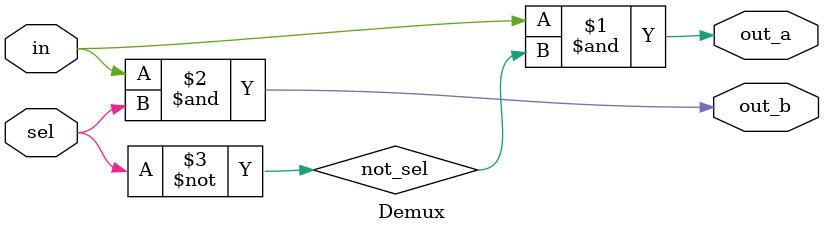
<source format=v>
`default_nettype none

module Demux (
  output wire out_a,
  output wire out_b,
  input wire in,
  input wire sel
);

  wire not_sel;

  not inv1(not_sel, sel);
  and and1(out_a, in, not_sel);
  and and1(out_b, in, sel);

endmodule


</source>
